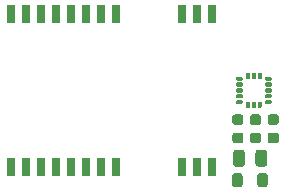
<source format=gbr>
%TF.GenerationSoftware,KiCad,Pcbnew,5.1.8-db9833491~87~ubuntu20.04.1*%
%TF.CreationDate,2020-11-23T17:04:18+01:00*%
%TF.ProjectId,rosalyn-rx,726f7361-6c79-46e2-9d72-782e6b696361,v1.0*%
%TF.SameCoordinates,Original*%
%TF.FileFunction,Paste,Bot*%
%TF.FilePolarity,Positive*%
%FSLAX46Y46*%
G04 Gerber Fmt 4.6, Leading zero omitted, Abs format (unit mm)*
G04 Created by KiCad (PCBNEW 5.1.8-db9833491~87~ubuntu20.04.1) date 2020-11-23 17:04:18*
%MOMM*%
%LPD*%
G01*
G04 APERTURE LIST*
%ADD10R,0.750000X1.500000*%
G04 APERTURE END LIST*
%TO.C,C14*%
G36*
G01*
X149190000Y-106215000D02*
X149190000Y-105265000D01*
G75*
G02*
X149440000Y-105015000I250000J0D01*
G01*
X149940000Y-105015000D01*
G75*
G02*
X150190000Y-105265000I0J-250000D01*
G01*
X150190000Y-106215000D01*
G75*
G02*
X149940000Y-106465000I-250000J0D01*
G01*
X149440000Y-106465000D01*
G75*
G02*
X149190000Y-106215000I0J250000D01*
G01*
G37*
G36*
G01*
X151090000Y-106215000D02*
X151090000Y-105265000D01*
G75*
G02*
X151340000Y-105015000I250000J0D01*
G01*
X151840000Y-105015000D01*
G75*
G02*
X152090000Y-105265000I0J-250000D01*
G01*
X152090000Y-106215000D01*
G75*
G02*
X151840000Y-106465000I-250000J0D01*
G01*
X151340000Y-106465000D01*
G75*
G02*
X151090000Y-106215000I0J250000D01*
G01*
G37*
%TD*%
%TO.C,C15*%
G36*
G01*
X150840000Y-103575000D02*
X151340000Y-103575000D01*
G75*
G02*
X151565000Y-103800000I0J-225000D01*
G01*
X151565000Y-104250000D01*
G75*
G02*
X151340000Y-104475000I-225000J0D01*
G01*
X150840000Y-104475000D01*
G75*
G02*
X150615000Y-104250000I0J225000D01*
G01*
X150615000Y-103800000D01*
G75*
G02*
X150840000Y-103575000I225000J0D01*
G01*
G37*
G36*
G01*
X150840000Y-102025000D02*
X151340000Y-102025000D01*
G75*
G02*
X151565000Y-102250000I0J-225000D01*
G01*
X151565000Y-102700000D01*
G75*
G02*
X151340000Y-102925000I-225000J0D01*
G01*
X150840000Y-102925000D01*
G75*
G02*
X150615000Y-102700000I0J225000D01*
G01*
X150615000Y-102250000D01*
G75*
G02*
X150840000Y-102025000I225000J0D01*
G01*
G37*
%TD*%
%TO.C,C6*%
G36*
G01*
X149350000Y-103575000D02*
X149850000Y-103575000D01*
G75*
G02*
X150075000Y-103800000I0J-225000D01*
G01*
X150075000Y-104250000D01*
G75*
G02*
X149850000Y-104475000I-225000J0D01*
G01*
X149350000Y-104475000D01*
G75*
G02*
X149125000Y-104250000I0J225000D01*
G01*
X149125000Y-103800000D01*
G75*
G02*
X149350000Y-103575000I225000J0D01*
G01*
G37*
G36*
G01*
X149350000Y-102025000D02*
X149850000Y-102025000D01*
G75*
G02*
X150075000Y-102250000I0J-225000D01*
G01*
X150075000Y-102700000D01*
G75*
G02*
X149850000Y-102925000I-225000J0D01*
G01*
X149350000Y-102925000D01*
G75*
G02*
X149125000Y-102700000I0J225000D01*
G01*
X149125000Y-102250000D01*
G75*
G02*
X149350000Y-102025000I225000J0D01*
G01*
G37*
%TD*%
%TO.C,FB2*%
G36*
G01*
X151245000Y-107991250D02*
X151245000Y-107228750D01*
G75*
G02*
X151463750Y-107010000I218750J0D01*
G01*
X151901250Y-107010000D01*
G75*
G02*
X152120000Y-107228750I0J-218750D01*
G01*
X152120000Y-107991250D01*
G75*
G02*
X151901250Y-108210000I-218750J0D01*
G01*
X151463750Y-108210000D01*
G75*
G02*
X151245000Y-107991250I0J218750D01*
G01*
G37*
G36*
G01*
X149120000Y-107991250D02*
X149120000Y-107228750D01*
G75*
G02*
X149338750Y-107010000I218750J0D01*
G01*
X149776250Y-107010000D01*
G75*
G02*
X149995000Y-107228750I0J-218750D01*
G01*
X149995000Y-107991250D01*
G75*
G02*
X149776250Y-108210000I-218750J0D01*
G01*
X149338750Y-108210000D01*
G75*
G02*
X149120000Y-107991250I0J218750D01*
G01*
G37*
%TD*%
D10*
%TO.C,U2*%
X147420000Y-106500000D03*
X146150000Y-106500000D03*
X144880000Y-106500000D03*
X139310000Y-106500000D03*
X138040000Y-106500000D03*
X136770000Y-106500000D03*
X135500000Y-106500000D03*
X134230000Y-106500000D03*
X132960000Y-106500000D03*
X131690000Y-106500000D03*
X130420000Y-106500000D03*
X130420000Y-93500000D03*
X131690000Y-93500000D03*
X132960000Y-93500000D03*
X134230000Y-93500000D03*
X135500000Y-93500000D03*
X136770000Y-93500000D03*
X138040000Y-93500000D03*
X139310000Y-93500000D03*
X144880000Y-93500000D03*
X146150000Y-93500000D03*
X147420000Y-93500000D03*
%TD*%
%TO.C,U6*%
G36*
G01*
X149450000Y-101087500D02*
X149450000Y-100912500D01*
G75*
G02*
X149537500Y-100825000I87500J0D01*
G01*
X149912500Y-100825000D01*
G75*
G02*
X150000000Y-100912500I0J-87500D01*
G01*
X150000000Y-101087500D01*
G75*
G02*
X149912500Y-101175000I-87500J0D01*
G01*
X149537500Y-101175000D01*
G75*
G02*
X149450000Y-101087500I0J87500D01*
G01*
G37*
G36*
G01*
X149450000Y-100587500D02*
X149450000Y-100412500D01*
G75*
G02*
X149537500Y-100325000I87500J0D01*
G01*
X149912500Y-100325000D01*
G75*
G02*
X150000000Y-100412500I0J-87500D01*
G01*
X150000000Y-100587500D01*
G75*
G02*
X149912500Y-100675000I-87500J0D01*
G01*
X149537500Y-100675000D01*
G75*
G02*
X149450000Y-100587500I0J87500D01*
G01*
G37*
G36*
G01*
X149450000Y-100087500D02*
X149450000Y-99912500D01*
G75*
G02*
X149537500Y-99825000I87500J0D01*
G01*
X149912500Y-99825000D01*
G75*
G02*
X150000000Y-99912500I0J-87500D01*
G01*
X150000000Y-100087500D01*
G75*
G02*
X149912500Y-100175000I-87500J0D01*
G01*
X149537500Y-100175000D01*
G75*
G02*
X149450000Y-100087500I0J87500D01*
G01*
G37*
G36*
G01*
X149450000Y-99587500D02*
X149450000Y-99412500D01*
G75*
G02*
X149537500Y-99325000I87500J0D01*
G01*
X149912500Y-99325000D01*
G75*
G02*
X150000000Y-99412500I0J-87500D01*
G01*
X150000000Y-99587500D01*
G75*
G02*
X149912500Y-99675000I-87500J0D01*
G01*
X149537500Y-99675000D01*
G75*
G02*
X149450000Y-99587500I0J87500D01*
G01*
G37*
G36*
G01*
X149450000Y-99087500D02*
X149450000Y-98912500D01*
G75*
G02*
X149537500Y-98825000I87500J0D01*
G01*
X149912500Y-98825000D01*
G75*
G02*
X150000000Y-98912500I0J-87500D01*
G01*
X150000000Y-99087500D01*
G75*
G02*
X149912500Y-99175000I-87500J0D01*
G01*
X149537500Y-99175000D01*
G75*
G02*
X149450000Y-99087500I0J87500D01*
G01*
G37*
G36*
G01*
X150275000Y-98962500D02*
X150275000Y-98587500D01*
G75*
G02*
X150362500Y-98500000I87500J0D01*
G01*
X150537500Y-98500000D01*
G75*
G02*
X150625000Y-98587500I0J-87500D01*
G01*
X150625000Y-98962500D01*
G75*
G02*
X150537500Y-99050000I-87500J0D01*
G01*
X150362500Y-99050000D01*
G75*
G02*
X150275000Y-98962500I0J87500D01*
G01*
G37*
G36*
G01*
X150775000Y-98962500D02*
X150775000Y-98587500D01*
G75*
G02*
X150862500Y-98500000I87500J0D01*
G01*
X151037500Y-98500000D01*
G75*
G02*
X151125000Y-98587500I0J-87500D01*
G01*
X151125000Y-98962500D01*
G75*
G02*
X151037500Y-99050000I-87500J0D01*
G01*
X150862500Y-99050000D01*
G75*
G02*
X150775000Y-98962500I0J87500D01*
G01*
G37*
G36*
G01*
X151275000Y-98962500D02*
X151275000Y-98587500D01*
G75*
G02*
X151362500Y-98500000I87500J0D01*
G01*
X151537500Y-98500000D01*
G75*
G02*
X151625000Y-98587500I0J-87500D01*
G01*
X151625000Y-98962500D01*
G75*
G02*
X151537500Y-99050000I-87500J0D01*
G01*
X151362500Y-99050000D01*
G75*
G02*
X151275000Y-98962500I0J87500D01*
G01*
G37*
G36*
G01*
X151900000Y-99087500D02*
X151900000Y-98912500D01*
G75*
G02*
X151987500Y-98825000I87500J0D01*
G01*
X152362500Y-98825000D01*
G75*
G02*
X152450000Y-98912500I0J-87500D01*
G01*
X152450000Y-99087500D01*
G75*
G02*
X152362500Y-99175000I-87500J0D01*
G01*
X151987500Y-99175000D01*
G75*
G02*
X151900000Y-99087500I0J87500D01*
G01*
G37*
G36*
G01*
X151900000Y-99587500D02*
X151900000Y-99412500D01*
G75*
G02*
X151987500Y-99325000I87500J0D01*
G01*
X152362500Y-99325000D01*
G75*
G02*
X152450000Y-99412500I0J-87500D01*
G01*
X152450000Y-99587500D01*
G75*
G02*
X152362500Y-99675000I-87500J0D01*
G01*
X151987500Y-99675000D01*
G75*
G02*
X151900000Y-99587500I0J87500D01*
G01*
G37*
G36*
G01*
X151900000Y-100087500D02*
X151900000Y-99912500D01*
G75*
G02*
X151987500Y-99825000I87500J0D01*
G01*
X152362500Y-99825000D01*
G75*
G02*
X152450000Y-99912500I0J-87500D01*
G01*
X152450000Y-100087500D01*
G75*
G02*
X152362500Y-100175000I-87500J0D01*
G01*
X151987500Y-100175000D01*
G75*
G02*
X151900000Y-100087500I0J87500D01*
G01*
G37*
G36*
G01*
X151900000Y-100587500D02*
X151900000Y-100412500D01*
G75*
G02*
X151987500Y-100325000I87500J0D01*
G01*
X152362500Y-100325000D01*
G75*
G02*
X152450000Y-100412500I0J-87500D01*
G01*
X152450000Y-100587500D01*
G75*
G02*
X152362500Y-100675000I-87500J0D01*
G01*
X151987500Y-100675000D01*
G75*
G02*
X151900000Y-100587500I0J87500D01*
G01*
G37*
G36*
G01*
X151900000Y-101087500D02*
X151900000Y-100912500D01*
G75*
G02*
X151987500Y-100825000I87500J0D01*
G01*
X152362500Y-100825000D01*
G75*
G02*
X152450000Y-100912500I0J-87500D01*
G01*
X152450000Y-101087500D01*
G75*
G02*
X152362500Y-101175000I-87500J0D01*
G01*
X151987500Y-101175000D01*
G75*
G02*
X151900000Y-101087500I0J87500D01*
G01*
G37*
G36*
G01*
X151275000Y-101412500D02*
X151275000Y-101037500D01*
G75*
G02*
X151362500Y-100950000I87500J0D01*
G01*
X151537500Y-100950000D01*
G75*
G02*
X151625000Y-101037500I0J-87500D01*
G01*
X151625000Y-101412500D01*
G75*
G02*
X151537500Y-101500000I-87500J0D01*
G01*
X151362500Y-101500000D01*
G75*
G02*
X151275000Y-101412500I0J87500D01*
G01*
G37*
G36*
G01*
X150775000Y-101412500D02*
X150775000Y-101037500D01*
G75*
G02*
X150862500Y-100950000I87500J0D01*
G01*
X151037500Y-100950000D01*
G75*
G02*
X151125000Y-101037500I0J-87500D01*
G01*
X151125000Y-101412500D01*
G75*
G02*
X151037500Y-101500000I-87500J0D01*
G01*
X150862500Y-101500000D01*
G75*
G02*
X150775000Y-101412500I0J87500D01*
G01*
G37*
G36*
G01*
X150275000Y-101412500D02*
X150275000Y-101037500D01*
G75*
G02*
X150362500Y-100950000I87500J0D01*
G01*
X150537500Y-100950000D01*
G75*
G02*
X150625000Y-101037500I0J-87500D01*
G01*
X150625000Y-101412500D01*
G75*
G02*
X150537500Y-101500000I-87500J0D01*
G01*
X150362500Y-101500000D01*
G75*
G02*
X150275000Y-101412500I0J87500D01*
G01*
G37*
%TD*%
%TO.C,C13*%
G36*
G01*
X152350000Y-102025000D02*
X152850000Y-102025000D01*
G75*
G02*
X153075000Y-102250000I0J-225000D01*
G01*
X153075000Y-102700000D01*
G75*
G02*
X152850000Y-102925000I-225000J0D01*
G01*
X152350000Y-102925000D01*
G75*
G02*
X152125000Y-102700000I0J225000D01*
G01*
X152125000Y-102250000D01*
G75*
G02*
X152350000Y-102025000I225000J0D01*
G01*
G37*
G36*
G01*
X152350000Y-103575000D02*
X152850000Y-103575000D01*
G75*
G02*
X153075000Y-103800000I0J-225000D01*
G01*
X153075000Y-104250000D01*
G75*
G02*
X152850000Y-104475000I-225000J0D01*
G01*
X152350000Y-104475000D01*
G75*
G02*
X152125000Y-104250000I0J225000D01*
G01*
X152125000Y-103800000D01*
G75*
G02*
X152350000Y-103575000I225000J0D01*
G01*
G37*
%TD*%
M02*

</source>
